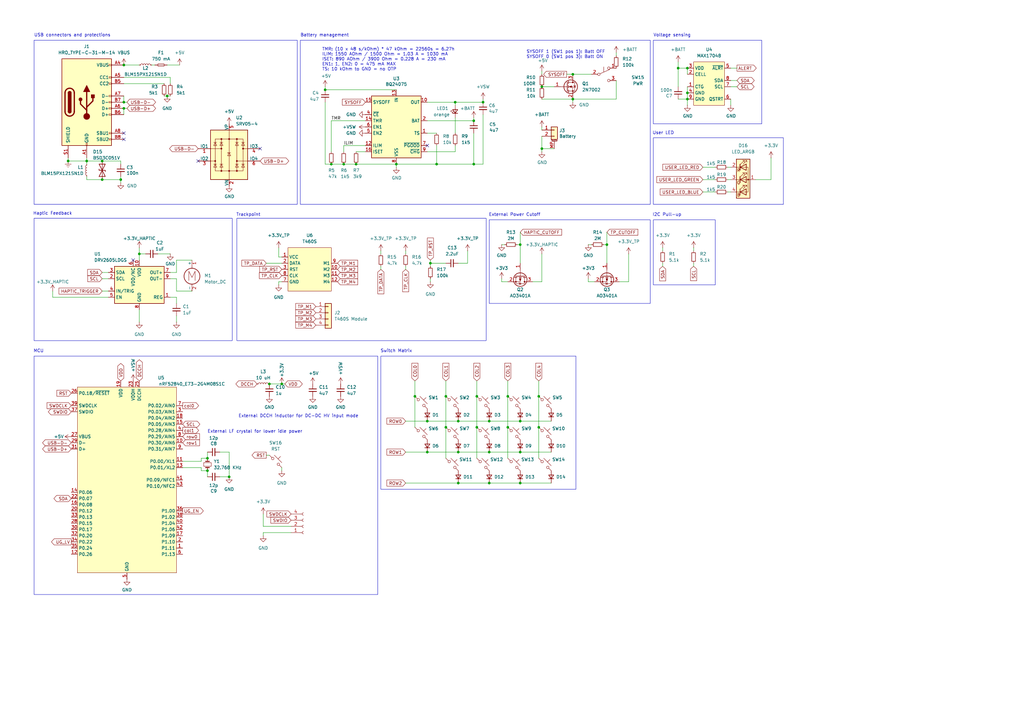
<source format=kicad_sch>
(kicad_sch (version 20231120) (generator "eeschema") (generator_version "8.0")
  (paper "A3")
  (junction (at 234.95 30.48))
  (junction (at 222.25 35.56))
  (junction (at 208.28 162.56))
  (junction (at 176.53 107.95))
  (junction (at 50.8 44.45))
  (junction (at 198.12 41.91))
  (junction (at 278.13 27.94))
  (junction (at 182.88 162.56))
  (junction (at 213.36 185.42))
  (junction (at 222.25 60.96))
  (junction (at 200.66 185.42))
  (junction (at 162.56 67.31) (diameter 0.9144))
  (junction (at 57.15 104.14))
  (junction (at 133.35 36.83))
  (junction (at 186.69 41.91))
  (junction (at 234.95 40.64))
  (junction (at 281.94 27.94))
  (junction (at 248.92 100.33))
  (junction (at 187.96 185.42))
  (junction (at 200.66 198.12))
  (junction (at 182.88 175.26))
  (junction (at 135.89 67.31) (diameter 0.9144))
  (junction (at 195.58 162.56))
  (junction (at 213.36 198.12))
  (junction (at 187.96 198.12))
  (junction (at 146.05 67.31) (diameter 0.9144))
  (junction (at 195.58 175.26))
  (junction (at 208.28 175.26))
  (junction (at 140.97 67.31) (diameter 0.9144))
  (junction (at 93.98 195.58))
  (junction (at 115.57 157.48))
  (junction (at 179.07 67.31) (diameter 0.9144))
  (junction (at 200.66 172.72))
  (junction (at 50.8 41.91))
  (junction (at 175.26 185.42))
  (junction (at 281.94 40.64))
  (junction (at 213.36 172.72))
  (junction (at 170.18 162.56))
  (junction (at 41.91 73.66))
  (junction (at 41.91 66.04))
  (junction (at 110.49 157.48))
  (junction (at 68.58 39.37))
  (junction (at 50.8 26.67))
  (junction (at 175.26 172.72))
  (junction (at 49.53 73.66))
  (junction (at 194.31 67.31))
  (junction (at 35.56 66.04))
  (junction (at 213.36 100.33))
  (junction (at 194.31 49.53) (diameter 0.9144))
  (junction (at 85.09 187.96))
  (junction (at 27.94 66.04))
  (junction (at 85.09 193.04))
  (junction (at 220.98 175.26))
  (junction (at 187.96 172.72))
  (junction (at 281.94 38.1))
  (junction (at 220.98 162.56))
  (no_connect (at 175.26 59.69))
  (no_connect (at 54.61 106.68))
  (no_connect (at 50.8 57.15))
  (no_connect (at 106.68 60.96))
  (no_connect (at 81.28 66.04))
  (no_connect (at 50.8 54.61))
  (wire (pts (xy 271.78 107.95) (xy 271.78 109.22)))
  (wire (pts (xy 208.28 175.26) (xy 208.28 187.96)))
  (wire (pts (xy 72.39 114.3) (xy 72.39 119.38)))
  (wire (pts (xy 252.73 33.02) (xy 252.73 40.64)))
  (wire (pts (xy 114.3 115.57) (xy 114.3 116.84)))
  (wire (pts (xy 187.96 198.12) (xy 200.66 198.12)))
  (wire (pts (xy 27.94 66.04) (xy 35.56 66.04)))
  (wire (pts (xy 302.26 27.94) (xy 299.72 27.94)))
  (wire (pts (xy 85.09 193.04) (xy 85.09 195.58)))
  (wire (pts (xy 41.91 114.3) (xy 44.45 114.3)))
  (wire (pts (xy 115.57 105.41) (xy 114.3 105.41)))
  (wire (pts (xy 82.55 187.96) (xy 85.09 187.96)))
  (wire (pts (xy 135.89 49.53) (xy 149.86 49.53)))
  (wire (pts (xy 82.55 193.04) (xy 85.09 193.04)))
  (wire (pts (xy 299.72 33.02) (xy 302.26 33.02)))
  (wire (pts (xy 49.53 67.31) (xy 49.53 66.04)))
  (wire (pts (xy 72.39 119.38) (xy 78.74 119.38)))
  (wire (pts (xy 298.45 78.74) (xy 299.72 78.74)))
  (wire (pts (xy 218.44 115.57) (xy 222.25 115.57)))
  (wire (pts (xy 175.26 41.91) (xy 186.69 41.91)))
  (wire (pts (xy 175.26 185.42) (xy 187.96 185.42)))
  (wire (pts (xy 175.26 54.61) (xy 179.07 54.61)))
  (wire (pts (xy 107.95 210.82) (xy 107.95 215.9)))
  (wire (pts (xy 135.89 67.31) (xy 140.97 67.31)))
  (wire (pts (xy 135.89 49.53) (xy 135.89 62.23)))
  (wire (pts (xy 146.05 67.31) (xy 162.56 67.31)))
  (wire (pts (xy 107.95 218.44) (xy 119.38 218.44)))
  (wire (pts (xy 162.56 68.58) (xy 162.56 67.31)))
  (wire (pts (xy 69.85 121.92) (xy 72.39 121.92)))
  (wire (pts (xy 220.98 156.21) (xy 220.98 162.56)))
  (wire (pts (xy 133.35 67.31) (xy 135.89 67.31)))
  (wire (pts (xy 222.25 62.23) (xy 222.25 60.96)))
  (wire (pts (xy 35.56 66.04) (xy 35.56 67.31)))
  (wire (pts (xy 288.29 78.74) (xy 293.37 78.74)))
  (wire (pts (xy 90.17 195.58) (xy 93.98 195.58)))
  (wire (pts (xy 213.36 172.72) (xy 226.06 172.72)))
  (wire (pts (xy 213.36 185.42) (xy 226.06 185.42)))
  (wire (pts (xy 247.65 100.33) (xy 248.92 100.33)))
  (wire (pts (xy 179.07 67.31) (xy 194.31 67.31)))
  (wire (pts (xy 82.55 189.23) (xy 82.55 187.96)))
  (wire (pts (xy 166.37 198.12) (xy 187.96 198.12)))
  (wire (pts (xy 35.56 72.39) (xy 35.56 73.66)))
  (wire (pts (xy 298.45 73.66) (xy 299.72 73.66)))
  (wire (pts (xy 298.45 68.58) (xy 299.72 68.58)))
  (wire (pts (xy 57.15 127) (xy 57.15 132.08)))
  (wire (pts (xy 200.66 172.72) (xy 213.36 172.72)))
  (wire (pts (xy 205.74 114.3) (xy 205.74 115.57)))
  (wire (pts (xy 281.94 27.94) (xy 281.94 30.48)))
  (wire (pts (xy 82.55 191.77) (xy 82.55 193.04)))
  (wire (pts (xy 288.29 68.58) (xy 293.37 68.58)))
  (wire (pts (xy 186.69 41.91) (xy 198.12 41.91)))
  (wire (pts (xy 72.39 111.76) (xy 69.85 111.76)))
  (wire (pts (xy 115.57 193.04) (xy 115.57 191.77)))
  (wire (pts (xy 281.94 35.56) (xy 281.94 38.1)))
  (wire (pts (xy 182.88 162.56) (xy 182.88 175.26)))
  (wire (pts (xy 281.94 43.18) (xy 281.94 40.64)))
  (wire (pts (xy 68.58 26.67) (xy 73.66 26.67)))
  (wire (pts (xy 176.53 107.95) (xy 176.53 109.22)))
  (wire (pts (xy 186.69 48.26) (xy 186.69 54.61)))
  (wire (pts (xy 222.25 35.56) (xy 227.33 35.56)))
  (wire (pts (xy 248.92 100.33) (xy 248.92 107.95)))
  (wire (pts (xy 166.37 185.42) (xy 175.26 185.42)))
  (wire (pts (xy 288.29 73.66) (xy 293.37 73.66)))
  (wire (pts (xy 114.3 101.6) (xy 114.3 105.41)))
  (wire (pts (xy 72.39 114.3) (xy 69.85 114.3)))
  (wire (pts (xy 271.78 101.6) (xy 271.78 102.87)))
  (wire (pts (xy 234.95 41.91) (xy 234.95 40.64)))
  (wire (pts (xy 146.05 62.23) (xy 149.86 62.23)))
  (wire (pts (xy 212.09 100.33) (xy 213.36 100.33)))
  (wire (pts (xy 234.95 30.48) (xy 242.57 30.48)))
  (wire (pts (xy 140.97 59.69) (xy 140.97 62.23)))
  (wire (pts (xy 232.41 30.48) (xy 234.95 30.48)))
  (wire (pts (xy 187.96 107.95) (xy 191.77 107.95)))
  (wire (pts (xy 133.35 35.56) (xy 133.35 36.83)))
  (wire (pts (xy 166.37 172.72) (xy 175.26 172.72)))
  (wire (pts (xy 278.13 27.94) (xy 281.94 27.94)))
  (wire (pts (xy 248.92 95.25) (xy 248.92 100.33)))
  (wire (pts (xy 57.15 101.6) (xy 57.15 104.14)))
  (wire (pts (xy 252.73 21.59) (xy 252.73 22.86)))
  (wire (pts (xy 198.12 40.64) (xy 198.12 41.91)))
  (wire (pts (xy 27.94 64.77) (xy 27.94 66.04)))
  (wire (pts (xy 213.36 198.12) (xy 226.06 198.12)))
  (wire (pts (xy 140.97 59.69) (xy 149.86 59.69)))
  (wire (pts (xy 140.97 67.31) (xy 146.05 67.31)))
  (wire (pts (xy 90.17 185.42) (xy 93.98 185.42)))
  (wire (pts (xy 170.18 162.56) (xy 170.18 175.26)))
  (wire (pts (xy 21.59 119.38) (xy 21.59 121.92)))
  (wire (pts (xy 278.13 25.4) (xy 278.13 27.94)))
  (wire (pts (xy 176.53 115.57) (xy 176.53 114.3)))
  (wire (pts (xy 241.3 115.57) (xy 243.84 115.57)))
  (wire (pts (xy 69.85 31.75) (xy 50.8 31.75)))
  (wire (pts (xy 162.56 67.31) (xy 179.07 67.31)))
  (wire (pts (xy 50.8 44.45) (xy 50.8 46.99)))
  (wire (pts (xy 107.95 218.44) (xy 107.95 219.71)))
  (wire (pts (xy 278.13 27.94) (xy 278.13 35.56)))
  (wire (pts (xy 299.72 35.56) (xy 302.26 35.56)))
  (wire (pts (xy 284.48 101.6) (xy 284.48 102.87)))
  (wire (pts (xy 222.25 40.64) (xy 234.95 40.64)))
  (wire (pts (xy 182.88 175.26) (xy 182.88 187.96)))
  (wire (pts (xy 222.25 52.07) (xy 222.25 53.34)))
  (wire (pts (xy 21.59 121.92) (xy 44.45 121.92)))
  (wire (pts (xy 72.39 132.08) (xy 72.39 129.54)))
  (wire (pts (xy 133.35 36.83) (xy 162.56 36.83)))
  (wire (pts (xy 241.3 100.33) (xy 242.57 100.33)))
  (wire (pts (xy 220.98 175.26) (xy 220.98 187.96)))
  (wire (pts (xy 41.91 66.04) (xy 35.56 66.04)))
  (wire (pts (xy 316.23 64.77) (xy 316.23 73.66)))
  (wire (pts (xy 50.8 26.67) (xy 57.15 26.67)))
  (wire (pts (xy 222.25 60.96) (xy 227.33 60.96)))
  (wire (pts (xy 49.53 66.04) (xy 41.91 66.04)))
  (wire (pts (xy 175.26 62.23) (xy 186.69 62.23)))
  (wire (pts (xy 208.28 156.21) (xy 208.28 162.56)))
  (wire (pts (xy 220.98 162.56) (xy 220.98 175.26)))
  (wire (pts (xy 299.72 43.18) (xy 299.72 40.64)))
  (wire (pts (xy 35.56 64.77) (xy 35.56 66.04)))
  (wire (pts (xy 109.22 186.69) (xy 110.49 186.69)))
  (wire (pts (xy 222.25 29.21) (xy 222.25 30.48)))
  (wire (pts (xy 175.26 49.53) (xy 194.31 49.53)))
  (wire (pts (xy 57.15 104.14) (xy 59.69 104.14)))
  (wire (pts (xy 49.53 73.66) (xy 41.91 73.66)))
  (wire (pts (xy 110.49 157.48) (xy 115.57 157.48)))
  (wire (pts (xy 115.57 157.48) (xy 116.84 157.48)))
  (wire (pts (xy 166.37 102.87) (xy 166.37 104.14)))
  (wire (pts (xy 179.07 59.69) (xy 179.07 67.31)))
  (wire (pts (xy 78.74 106.68) (xy 72.39 106.68)))
  (wire (pts (xy 278.13 40.64) (xy 281.94 40.64)))
  (wire (pts (xy 166.37 109.22) (xy 166.37 110.49)))
  (wire (pts (xy 72.39 121.92) (xy 72.39 124.46)))
  (wire (pts (xy 198.12 46.99) (xy 198.12 67.31)))
  (wire (pts (xy 198.12 67.31) (xy 194.31 67.31)))
  (wire (pts (xy 200.66 185.42) (xy 213.36 185.42)))
  (wire (pts (xy 175.26 172.72) (xy 187.96 172.72)))
  (wire (pts (xy 213.36 100.33) (xy 213.36 107.95)))
  (wire (pts (xy 107.95 215.9) (xy 119.38 215.9)))
  (wire (pts (xy 195.58 175.26) (xy 195.58 187.96)))
  (wire (pts (xy 49.53 74.93) (xy 49.53 73.66)))
  (wire (pts (xy 64.77 104.14) (xy 69.85 104.14)))
  (wire (pts (xy 74.93 191.77) (xy 82.55 191.77)))
  (wire (pts (xy 195.58 156.21) (xy 195.58 162.56)))
  (wire (pts (xy 284.48 109.22) (xy 284.48 107.95)))
  (wire (pts (xy 57.15 104.14) (xy 57.15 106.68)))
  (wire (pts (xy 156.21 102.87) (xy 156.21 104.14)))
  (wire (pts (xy 191.77 102.87) (xy 191.77 107.95)))
  (wire (pts (xy 62.23 26.67) (xy 63.5 26.67)))
  (wire (pts (xy 93.98 185.42) (xy 93.98 195.58)))
  (wire (pts (xy 257.81 115.57) (xy 254 115.57)))
  (wire (pts (xy 50.8 39.37) (xy 50.8 41.91)))
  (wire (pts (xy 72.39 106.68) (xy 72.39 111.76)))
  (wire (pts (xy 85.09 185.42) (xy 85.09 187.96)))
  (wire (pts (xy 115.57 115.57) (xy 114.3 115.57)))
  (wire (pts (xy 35.56 73.66) (xy 41.91 73.66)))
  (wire (pts (xy 67.31 39.37) (xy 68.58 39.37)))
  (wire (pts (xy 241.3 114.3) (xy 241.3 115.57)))
  (wire (pts (xy 281.94 38.1) (xy 281.94 40.64)))
  (wire (pts (xy 50.8 34.29) (xy 67.31 34.29)))
  (wire (pts (xy 205.74 115.57) (xy 208.28 115.57)))
  (wire (pts (xy 200.66 198.12) (xy 213.36 198.12)))
  (wire (pts (xy 186.69 59.69) (xy 186.69 62.23)))
  (wire (pts (xy 187.96 185.42) (xy 200.66 185.42)))
  (wire (pts (xy 195.58 162.56) (xy 195.58 175.26)))
  (wire (pts (xy 182.88 156.21) (xy 182.88 162.56)))
  (wire (pts (xy 186.69 43.18) (xy 186.69 41.91)))
  (wire (pts (xy 205.74 100.33) (xy 207.01 100.33)))
  (wire (pts (xy 109.22 107.95) (xy 115.57 107.95)))
  (wire (pts (xy 187.96 172.72) (xy 200.66 172.72)))
  (wire (pts (xy 176.53 107.95) (xy 182.88 107.95)))
  (wire (pts (xy 49.53 73.66) (xy 49.53 72.39)))
  (wire (pts (xy 194.31 48.26) (xy 194.31 49.53)))
  (wire (pts (xy 208.28 162.56) (xy 208.28 175.26)))
  (wire (pts (xy 222.25 104.14) (xy 222.25 115.57)))
  (wire (pts (xy 222.25 55.88) (xy 222.25 60.96)))
  (wire (pts (xy 69.85 34.29) (xy 69.85 31.75)))
  (wire (pts (xy 176.53 106.68) (xy 176.53 107.95)))
  (wire (pts (xy 68.58 39.37) (xy 69.85 39.37)))
  (wire (pts (xy 50.8 41.91) (xy 52.07 41.91)))
  (wire (pts (xy 41.91 119.38) (xy 44.45 119.38)))
  (wire (pts (xy 170.18 156.21) (xy 170.18 162.56)))
  (wire (pts (xy 50.8 44.45) (xy 52.07 44.45)))
  (wire (pts (xy 257.81 104.14) (xy 257.81 115.57)))
  (wire (pts (xy 133.35 41.91) (xy 133.35 67.31)))
  (wire (pts (xy 252.73 40.64) (xy 234.95 40.64)))
  (wire (pts (xy 213.36 95.25) (xy 213.36 100.33)))
  (wire (pts (xy 41.91 111.76) (xy 44.45 111.76)))
  (wire (pts (xy 74.93 189.23) (xy 82.55 189.23)))
  (wire (pts (xy 156.21 109.22) (xy 156.21 110.49)))
  (wire (pts (xy 194.31 54.61) (xy 194.31 67.31)))
  (wire (pts (xy 309.88 73.66) (xy 316.23 73.66)))
  (rectangle (start 97.155 89.535) (end 199.39 139.7))
  (rectangle (start 13.97 16.51) (end 121.92 83.82))
  (rectangle (start 267.97 56.515) (end 321.31 83.82))
  (rectangle (start 267.97 16.51) (end 312.42 50.8))
  (rectangle (start 200.66 90.17) (end 266.7 124.46))
  (rectangle (start 13.97 146.05) (end 154.94 243.84))
  (rectangle (start 123.19 16.51) (end 266.7 83.82))
  (rectangle (start 267.97 90.17) (end 293.37 116.84))
  (rectangle (start 13.97 89.535) (end 95.25 139.7))
  (rectangle (start 156.21 146.05) (end 236.22 200.66))
  (text "Trackpoint" (at 101.854 88.138 0) (effects (font (size 1.27 1.27))))
  (text "USB connectors and protections" (at 13.97 15.24 0) (effects (font (size 1.27 1.27)) (justify left bottom)))
  (text "External LF crystal for lower idle power" (at 85.09 177.8 0) (effects (font (size 1.27 1.27)) (justify left bottom)))
  (text "Haptic Feedback" (at 21.59 87.63 0) (effects (font (size 1.27 1.27))))
  (text "User LED" (at 272.034 54.61 0) (effects (font (size 1.27 1.27))))
  (text "I2C Pull-up" (at 273.558 88.138 0) (effects (font (size 1.27 1.27))))
  (text "Switch Matrix" (at 162.56 144.018 0) (effects (font (size 1.27 1.27))))
  (text "TMR: (10 x 48 s/kOhm) * 47 kOhm = 22560s = 6.27h\nILIM: 1550 AOhm / 1500 Ohm = 1.03 A = 1030 mA\nISET: 890 AOhm / 3900 Ohm = 0.228 A = 230 mA\nEN1: 1, EN2: 0 = 475 mA MAX\nTS: 10 kOhm to GND = no OTP" (at 132.08 29.21 0) (effects (font (size 1.27 1.27)) (justify left bottom)))
  (text "External DCCH inductor for DC-DC HV input mode" (at 97.79 171.45 0) (effects (font (size 1.27 1.27)) (justify left bottom)))
  (text "Voltage sensing" (at 267.97 15.24 0) (effects (font (size 1.27 1.27)) (justify left bottom)))
  (text "SYSOFF 1 (SW1 pos 1): Batt OFF\nSYSOFF 0 (SW1 pos 3): Batt ON" (at 215.9 24.13 0) (effects (font (size 1.27 1.27)) (justify left bottom)))
  (text "Battery management" (at 123.19 15.24 0) (effects (font (size 1.27 1.27)) (justify left bottom)))
  (text "External Power Cutoff" (at 211.074 88.138 0) (effects (font (size 1.27 1.27))))
  (text "MCU" (at 13.716 144.78 0) (effects (font (size 1.27 1.27)) (justify left bottom)))
  (label "TMR" (at 135.89 49.53 0))
  (label "ILIM" (at 140.97 59.69 0))
  (global_label "TP_CLK" (shape input) (at 166.37 110.49 270) (property "Intersheetrefs" "${INTERSHEET_REFS}" (effects (hide yes))))
  (global_label "VDD" (shape bidirectional) (at 116.84 157.48 0) (property "Intersheetrefs" "${INTERSHEET_REFS}" (effects (hide yes))))
  (global_label "TP_M2" (shape input) (at 129.54 128.27 180) (property "Intersheetrefs" "${INTERSHEET_REFS}" (effects (hide yes))))
  (global_label "RST" (shape output) (at 109.22 186.69 180) (property "Intersheetrefs" "${INTERSHEET_REFS}" (effects (hide yes))))
  (global_label "SWDIO" (shape bidirectional) (at 29.21 168.91 180) (property "Intersheetrefs" "${INTERSHEET_REFS}" (effects (hide yes))))
  (global_label "TP_DATA" (shape input) (at 156.21 110.49 270) (property "Intersheetrefs" "${INTERSHEET_REFS}" (effects (hide yes))))
  (global_label "VDD" (shape bidirectional) (at 49.53 156.21 90) (property "Intersheetrefs" "${INTERSHEET_REFS}" (effects (hide yes))))
  (global_label "USB-D-" (shape bidirectional) (at 29.21 181.61 180) (property "Intersheetrefs" "${INTERSHEET_REFS}" (effects (hide yes))))
  (global_label "TP_RST" (shape input) (at 115.57 110.49 180) (property "Intersheetrefs" "${INTERSHEET_REFS}" (effects (hide yes))))
  (global_label "SWDCLK" (shape input) (at 119.38 210.82 180) (property "Intersheetrefs" "${INTERSHEET_REFS}" (effects (hide yes))))
  (global_label "SCL" (shape input) (at 41.91 114.3 180) (property "Intersheetrefs" "${INTERSHEET_REFS}" (effects (hide yes))))
  (global_label "SWDIO" (shape input) (at 119.38 213.36 180) (property "Intersheetrefs" "${INTERSHEET_REFS}" (effects (hide yes))))
  (global_label "COL2" (shape input) (at 195.58 156.21 90) (property "Intersheetrefs" "${INTERSHEET_REFS}" (effects (hide yes))))
  (global_label "DCCH" (shape bidirectional) (at 105.41 157.48 180) (property "Intersheetrefs" "${INTERSHEET_REFS}" (effects (hide yes))))
  (global_label "TP_RST" (shape input) (at 176.53 106.68 90) (property "Intersheetrefs" "${INTERSHEET_REFS}" (effects (hide yes))))
  (global_label "col1" (shape output) (at 74.93 176.53 0) (property "Intersheetrefs" "${INTERSHEET_REFS}" (effects (hide yes))))
  (global_label "TP_M1" (shape input) (at 138.43 107.95 0) (property "Intersheetrefs" "${INTERSHEET_REFS}" (effects (hide yes))))
  (global_label "col0" (shape output) (at 74.93 166.37 0) (property "Intersheetrefs" "${INTERSHEET_REFS}" (effects (hide yes))))
  (global_label "SDA" (shape bidirectional) (at 302.26 33.02 0) (property "Intersheetrefs" "${INTERSHEET_REFS}" (effects (hide yes))))
  (global_label "TP_DATA" (shape input) (at 109.22 107.95 180) (property "Intersheetrefs" "${INTERSHEET_REFS}" (effects (hide yes))))
  (global_label "TP_M4" (shape input) (at 138.43 115.57 0) (property "Intersheetrefs" "${INTERSHEET_REFS}" (effects (hide yes))))
  (global_label "SCL" (shape bidirectional) (at 302.26 35.56 0) (property "Intersheetrefs" "${INTERSHEET_REFS}" (effects (hide yes))))
  (global_label "TP_M1" (shape input) (at 129.54 125.73 180) (property "Intersheetrefs" "${INTERSHEET_REFS}" (effects (hide yes))))
  (global_label "TP_CLK" (shape input) (at 115.57 113.03 180) (property "Intersheetrefs" "${INTERSHEET_REFS}" (effects (hide yes))))
  (global_label "HAPTIC_CUTOFF" (shape input) (at 213.36 95.25 0) (property "Intersheetrefs" "${INTERSHEET_REFS}" (effects (hide yes))))
  (global_label "TP_M4" (shape input) (at 129.54 133.35 180) (property "Intersheetrefs" "${INTERSHEET_REFS}" (effects (hide yes))))
  (global_label "USER_LED_BLUE" (shape input) (at 288.29 78.74 180) (property "Intersheetrefs" "${INTERSHEET_REFS}" (effects (hide yes))))
  (global_label "UG_LV" (shape output) (at 29.21 222.25 180) (property "Intersheetrefs" "${INTERSHEET_REFS}" (effects (hide yes))))
  (global_label "USB-D+" (shape bidirectional) (at 106.68 66.04 0) (property "Intersheetrefs" "${INTERSHEET_REFS}" (effects (hide yes))))
  (global_label "row1" (shape input) (at 74.93 181.61 0) (property "Intersheetrefs" "${INTERSHEET_REFS}" (effects (hide yes))))
  (global_label "ROW0" (shape input) (at 166.37 172.72 180) (property "Intersheetrefs" "${INTERSHEET_REFS}" (effects (hide yes))))
  (global_label "RST" (shape input) (at 29.21 161.29 180) (property "Intersheetrefs" "${INTERSHEET_REFS}" (effects (hide yes))))
  (global_label "COL4" (shape input) (at 220.98 156.21 90) (property "Intersheetrefs" "${INTERSHEET_REFS}" (effects (hide yes))))
  (global_label "TP_M3" (shape input) (at 138.43 113.03 0) (property "Intersheetrefs" "${INTERSHEET_REFS}" (effects (hide yes))))
  (global_label "row0" (shape input) (at 74.93 179.07 0) (property "Intersheetrefs" "${INTERSHEET_REFS}" (effects (hide yes))))
  (global_label "ROW2" (shape input) (at 166.37 198.12 180) (property "Intersheetrefs" "${INTERSHEET_REFS}" (effects (hide yes))))
  (global_label "USB-D+" (shape bidirectional) (at 52.07 44.45 0) (property "Intersheetrefs" "${INTERSHEET_REFS}" (effects (hide yes))))
  (global_label "SCL" (shape input) (at 284.48 109.22 270) (property "Intersheetrefs" "${INTERSHEET_REFS}" (effects (hide yes))))
  (global_label "ALERT" (shape output) (at 302.26 27.94 0) (property "Intersheetrefs" "${INTERSHEET_REFS}" (effects (hide yes))))
  (global_label "SDA" (shape input) (at 271.78 109.22 270) (property "Intersheetrefs" "${INTERSHEET_REFS}" (effects (hide yes))))
  (global_label "SDA" (shape bidirectional) (at 29.21 204.47 180) (property "Intersheetrefs" "${INTERSHEET_REFS}" (effects (hide yes))))
  (global_label "COL3" (shape input) (at 208.28 156.21 90) (property "Intersheetrefs" "${INTERSHEET_REFS}" (effects (hide yes))))
  (global_label "SDA" (shape input) (at 41.91 111.76 180) (property "Intersheetrefs" "${INTERSHEET_REFS}" (effects (hide yes))))
  (global_label "TP_M2" (shape input) (at 138.43 110.49 0) (property "Intersheetrefs" "${INTERSHEET_REFS}" (effects (hide yes))))
  (global_label "USER_LED_GREEN" (shape input) (at 288.29 73.66 180) (property "Intersheetrefs" "${INTERSHEET_REFS}" (effects (hide yes))))
  (global_label "ROW1" (shape input) (at 166.37 185.42 180) (property "Intersheetrefs" "${INTERSHEET_REFS}" (effects (hide yes))))
  (global_label "SCL" (shape bidirectional) (at 74.93 173.99 0) (property "Intersheetrefs" "${INTERSHEET_REFS}" (effects (hide yes))))
  (global_label "TP_CUTOFF" (shape input) (at 248.92 95.25 0) (property "Intersheetrefs" "${INTERSHEET_REFS}" (effects (hide yes))))
  (global_label "SYSOFF" (shape output) (at 232.41 30.48 180) (property "Intersheetrefs" "${INTERSHEET_REFS}" (effects (hide yes))))
  (global_label "USB-D-" (shape bidirectional) (at 52.07 41.91 0) (property "Intersheetrefs" "${INTERSHEET_REFS}" (effects (hide yes))))
  (global_label "UG_EN" (shape output) (at 74.93 209.55 0) (property "Intersheetrefs" "${INTERSHEET_REFS}" (effects (hide yes))))
  (global_label "SWDCLK" (shape input) (at 29.21 166.37 180) (property "Intersheetrefs" "${INTERSHEET_REFS}" (effects (hide yes))))
  (global_label "COL0" (shape input) (at 170.18 156.21 90) (property "Intersheetrefs" "${INTERSHEET_REFS}" (effects (hide yes))))
  (global_label "COL1" (shape input) (at 182.88 156.21 90) (property "Intersheetrefs" "${INTERSHEET_REFS}" (effects (hide yes))))
  (global_label "HAPTIC_TRIGGER" (shape input) (at 41.91 119.38 180) (property "Intersheetrefs" "${INTERSHEET_REFS}" (effects (hide yes))))
  (global_label "DCCH" (shape bidirectional) (at 57.15 156.21 90) (property "Intersheetrefs" "${INTERSHEET_REFS}" (effects (hide yes))))
  (global_label "USB-D+" (shape bidirectional) (at 29.21 184.15 180) (property "Intersheetrefs" "${INTERSHEET_REFS}" (effects (hide yes))))
  (global_label "USER_LED_RED" (shape input) (at 288.29 68.58 180) (property "Intersheetrefs" "${INTERSHEET_REFS}" (effects (hide yes))))
  (global_label "TP_M3" (shape input) (at 129.54 130.81 180) (property "Intersheetrefs" "${INTERSHEET_REFS}" (effects (hide yes))))
  (global_label "USB-D-" (shape bidirectional) (at 81.28 60.96 180) (property "Intersheetrefs" "${INTERSHEET_REFS}" (effects (hide yes))))
  (global_label "SYSOFF" (shape input) (at 149.86 41.91 180) (property "Intersheetrefs" "${INTERSHEET_REFS}" (effects (hide yes))))
  (symbol (lib_id "Device:R_Small") (at 245.11 100.33 90) (unit 1)
    (property "Reference" "R14" (at 245.11 95.25 90))
    (property "Value" "2M" (at 245.11 97.79 90))
    (property "Footprint" "Resistor_SMD:R_0805_2012Metric" (effects (hide yes)))
    (property "LCSC Part Number" "C26112" (effects (hide yes)))
  )
  (symbol (lib_id "Device:C_Small") (at 49.53 69.85 0) (unit 1)
    (property "Reference" "C3" (at 51.8668 68.6816 0) (effects (justify left)))
    (property "Value" "100n" (at 51.8668 70.993 0) (effects (justify left)))
    (property "Footprint" "Capacitor_SMD:C_0402_1005Metric" (effects (hide yes)))
    (property "Notes" "X7R, 10%" (effects (hide yes)))
  )
  (symbol (lib_id "Device:D_Small") (at 226.06 195.58 90) (unit 1)
    (property "Reference" "D14" (at 228.092 195.58 90) (effects (justify right)))
    (property "Value" "D_Small" (effects (hide yes)))
    (property "Description" "Diode, small symbol" (effects (hide yes)))
    (property "Sim.Device" "D" (effects (hide yes)))
    (property "Sim.Pins" "1=K 2=A" (effects (hide yes)))
  )
  (symbol (lib_id "Device:D_TVS") (at 41.91 69.85 90) (unit 1)
    (property "Reference" "D15" (at 38.1 62.23 90) (effects (justify right)))
    (property "Value" "BSD3C051V" (at 38.1 64.77 90) (effects (justify right)))
    (property "Footprint" "Diode_SMD:D_SOD-323" (effects (hide yes)))
  )
  (symbol (lib_id "Device:D_Small") (at 213.36 182.88 90) (unit 1)
    (property "Reference" "D9" (at 215.392 182.88 90) (effects (justify right)))
    (property "Value" "D_Small" (effects (hide yes)))
    (property "Description" "Diode, small symbol" (effects (hide yes)))
    (property "Sim.Device" "D" (effects (hide yes)))
    (property "Sim.Pins" "1=K 2=A" (effects (hide yes)))
  )
  (symbol (lib_name "+3.3V_3") (lib_id "power:+3.3V") (at 107.95 210.82 0) (unit 1)
    (property "Reference" "#PWR056" (effects (hide yes)))
    (property "Value" "+3.3V" (at 107.95 205.74 0))
    (property "Description" "Power symbol creates a global label with name \"+3.3V\"" (effects (hide yes)))
  )
  (symbol (lib_id "Device:R_Small") (at 69.85 36.83 0) (mirror x) (unit 1)
    (property "Reference" "R4" (at 72.39 35.5599 0) (effects (justify left)))
    (property "Value" "5k1" (at 72.39 38.0999 0) (effects (justify left)))
    (property "Footprint" "Resistor_SMD:R_0402_1005Metric" (effects (hide yes)))
  )
  (symbol (lib_id "power:GND") (at 222.25 62.23 0) (unit 1)
    (property "Reference" "#PWR026" (effects (hide yes)))
    (property "Value" "GND" (at 222.377 66.6242 0))
  )
  (symbol (lib_id "Device:D_Small") (at 175.26 182.88 90) (unit 1)
    (property "Reference" "D6" (at 177.292 182.88 90) (effects (justify right)))
    (property "Value" "D_Small" (effects (hide yes)))
    (property "Description" "Diode, small symbol" (effects (hide yes)))
    (property "Sim.Device" "D" (effects (hide yes)))
    (property "Sim.Pins" "1=K 2=A" (effects (hide yes)))
  )
  (symbol (lib_id "power:VBUS") (at 50.8 26.67 0) (unit 1)
    (property "Reference" "#PWR010" (effects (hide yes)))
    (property "Value" "VBUS" (at 50.8 21.59 0))
  )
  (symbol (lib_id "power:+5V") (at 29.21 179.07 90) (unit 1)
    (property "Reference" "#PWR036" (effects (hide yes)))
    (property "Value" "+5V" (at 24.13 179.07 90))
  )
  (symbol (lib_id "Device:D_Small") (at 226.06 182.88 90) (unit 1)
    (property "Reference" "D10" (at 228.092 182.88 90) (effects (justify right)))
    (property "Value" "D_Small" (effects (hide yes)))
    (property "Description" "Diode, small symbol" (effects (hide yes)))
    (property "Sim.Device" "D" (effects (hide yes)))
    (property "Sim.Pins" "1=K 2=A" (effects (hide yes)))
  )
  (symbol (lib_id "Device:Crystal_Small") (at 85.09 190.5 90) (unit 1)
    (property "Reference" "Y1" (at 87.63 189.23 90) (effects (justify right)))
    (property "Value" "32.768 KHz" (at 87.63 191.77 90) (effects (justify right)))
    (property "Footprint" "Crystal:Crystal_SMD_2012-2Pin_2.0x1.2mm" (effects (hide yes)))
    (property "Datasheet" "https://datasheet.lcsc.com/szlcsc/KDS-Daishinku-KDS-32-768KHz-12-5PF-20ppm_C93231.pdf" (effects (hide yes)))
    (property "LCSC" "C55208" (effects (hide yes)))
  )
  (symbol (lib_id "hyperpotato:+3.3V_TP") (at 191.77 102.87 0) (unit 1)
    (property "Reference" "#PWR054" (effects (hide yes)))
    (property "Value" "+3.3V_TP" (at 191.77 97.79 0))
    (property "Description" "Power symbol creates a global label with name \"+3.3V_TP\"" (effects (hide yes)))
  )
  (symbol (lib_id "Connector_Generic_MountingPin:Conn_01x02_MountingPin") (at 227.33 53.34 0) (unit 1)
    (property "Reference" "J3" (at 229.362 53.5432 0) (effects (justify left)))
    (property "Value" "Battery" (at 229.362 55.8546 0) (effects (justify left)))
    (property "Footprint" "PCM_marbastlib-various:Molex_Pico-EZmate_78171-0002_1x02-1MP_P1.20mm_Vertical" (effects (hide yes)))
    (property "LCSC" "C505023" (effects (hide yes)))
  )
  (symbol (lib_id "Device:D_Small") (at 187.96 170.18 90) (unit 1)
    (property "Reference" "D2" (at 189.992 170.18 90) (effects (justify right)))
    (property "Value" "D_Small" (effects (hide yes)))
    (property "Description" "Diode, small symbol" (effects (hide yes)))
    (property "Sim.Device" "D" (effects (hide yes)))
    (property "Sim.Pins" "1=K 2=A" (effects (hide yes)))
  )
  (symbol (lib_id "hyperpotato:+3.3V_TP") (at 166.37 102.87 0) (unit 1)
    (property "Reference" "#PWR052" (effects (hide yes)))
    (property "Value" "+3.3V_TP" (at 166.37 97.79 0))
    (property "Description" "Power symbol creates a global label with name \"+3.3V_TP\"" (effects (hide yes)))
  )
  (symbol (lib_id "Connector:Conn_01x04_Socket") (at 124.46 215.9 0) (mirror x) (unit 1)
    (property "Reference" "J5" (effects (hide yes)))
    (property "Value" "Conn_01x04_Socket" (effects (hide yes)))
    (property "Description" "Generic connector, single row, 01x04, script generated" (effects (hide yes)))
  )
  (symbol (lib_id "Switch:SW_Push_45deg") (at 113.03 189.23 0) (unit 1)
    (property "Reference" "SW16" (at 113.03 181.61 0))
    (property "Value" "RST" (at 113.03 184.15 0))
    (property "Footprint" "PCM_marbastlib-various:SW_SPST_SKQG_WithStem" (effects (hide yes)))
  )
  (symbol (lib_id "Device:C_Small") (at 194.31 52.07 0) (unit 1)
    (property "Reference" "C5" (at 200.66 51.0286 0) (effects (justify left)))
    (property "Value" "4u7" (at 200.66 53.34 0) (effects (justify left)))
    (property "Footprint" "Capacitor_SMD:C_0402_1005Metric" (effects (hide yes)))
    (property "Notes" "X7R, 10%" (effects (hide yes)))
  )
  (symbol (lib_id "Switch:SW_Push_45deg") (at 172.72 177.8 0) (unit 1)
    (property "Reference" "SW6" (at 177.8 175.768 0))
    (property "Value" "SW_Push_45deg" (effects (hide yes)))
    (property "Description" "Push button switch, normally open, two pins, 45° tilted" (effects (hide yes)))
  )
  (symbol (lib_id "power:GND") (at 93.98 76.2 0) (unit 1)
    (property "Reference" "#PWR016" (effects (hide yes)))
    (property "Value" "GND" (at 94.107 80.5942 0))
  )
  (symbol (lib_id "power:Earth") (at 27.94 66.04 0) (unit 1)
    (property "Reference" "#PWR08" (effects (hide yes)))
    (property "Value" "Earth" (effects (hide yes)))
  )
  (symbol (lib_id "power:+3.3V") (at 115.57 157.48 0) (unit 1)
    (property "Reference" "#PWR041" (effects (hide yes)))
    (property "Value" "+3.3V" (at 115.57 151.765 90))
  )
  (symbol (lib_id "power:GND") (at 93.98 195.58 0) (unit 1)
    (property "Reference" "#PWR039" (effects (hide yes)))
    (property "Value" "GND" (at 93.98 200.66 0))
  )
  (symbol (lib_id "power:GND") (at 49.53 74.93 0) (unit 1)
    (property "Reference" "#PWR09" (effects (hide yes)))
    (property "Value" "GND" (at 52.07 76.1999 0) (effects (justify left)))
  )
  (symbol (lib_id "power:GND") (at 281.94 43.18 0) (unit 1)
    (property "Reference" "#PWR030" (effects (hide yes)))
    (property "Value" "GND" (at 282.067 47.5742 0))
  )
  (symbol (lib_id "hyperpotato:+3.3V_TP") (at 156.21 102.87 0) (unit 1)
    (property "Reference" "#PWR051" (effects (hide yes)))
    (property "Value" "+3.3V_TP" (at 156.21 97.79 0))
    (property "Description" "Power symbol creates a global label with name \"+3.3V_TP\"" (effects (hide yes)))
  )
  (symbol (lib_id "hyperpotato:+3.3V_HAPTIC") (at 21.59 119.38 0) (unit 1)
    (property "Reference" "#PWR07" (effects (hide yes)))
    (property "Value" "+3.3V_HAPTIC" (at 21.59 115.57 0))
    (property "Description" "Power symbol creates a global label with name \"+3.3V_HAPTIC\"" (effects (hide yes)))
  )
  (symbol (lib_id "hyperpotato:+3.3V_HAPTIC") (at 222.25 104.14 0) (unit 1)
    (property "Reference" "#PWR032" (effects (hide yes)))
    (property "Value" "+3.3V_HAPTIC" (at 222.25 100.33 0))
    (property "Description" "Power symbol creates a global label with name \"+3.3V_HAPTIC\"" (effects (hide yes)))
  )
  (symbol (lib_id "Switch:SW_Push_45deg") (at 210.82 165.1 0) (unit 1)
    (property "Reference" "SW4" (at 215.9 163.068 0))
    (property "Value" "SW_Push_45deg" (effects (hide yes)))
    (property "Description" "Push button switch, normally open, two pins, 45° tilted" (effects (hide yes)))
  )
  (symbol (lib_id "power:+5V") (at 93.98 50.8 0) (unit 1)
    (property "Reference" "#PWR015" (effects (hide yes)))
    (property "Value" "+5V" (at 93.98 45.72 0))
  )
  (symbol (lib_id "power:GND") (at 52.07 237.49 0) (unit 1)
    (property "Reference" "#PWR037" (effects (hide yes)))
    (property "Value" "GND" (at 52.07 241.935 0))
  )
  (symbol (lib_id "Driver_Haptic:DRV2605LDGS") (at 57.15 116.84 0) (unit 1)
    (property "Reference" "U1" (at 38.608 104.14 0) (effects (justify left)))
    (property "Value" "DRV2605LDGS" (at 38.608 106.68 0) (effects (justify left)))
    (property "Footprint" "Package_SO:VSSOP-10_3x3mm_P0.5mm" (effects (hide yes)))
    (property "Datasheet" "http://www.ti.com/lit/ds/symlink/drv2605l.pdf" (effects (hide yes)))
    (property "Description" "Haptic driver for LRAs and ERMs with effect library, 2-5.2V, VSSOP-10" (effects (hide yes)))
  )
  (symbol (lib_id "Device:L_Small") (at 35.56 69.85 0) (mirror y) (unit 1)
    (property "Reference" "L1" (at 34.29 68.5799 0) (effects (justify left)))
    (property "Value" "BLM15PX121SN1D" (at 34.29 71.1199 0) (effects (justify left)))
    (property "Footprint" "Inductor_SMD:L_0402_1005Metric" (effects (hide yes)))
  )
  (symbol (lib_id "Device:Fuse_Small") (at 66.04 26.67 0) (unit 1)
    (property "Reference" "F1" (at 66.04 21.59 0))
    (property "Value" "750 mA" (at 66.04 24.13 0))
    (property "Footprint" "Fuse:Fuse_0603_1608Metric" (effects (hide yes)))
  )
  (symbol (lib_id "Device:C_Small") (at 110.49 160.02 0) (unit 1)
    (property "Reference" "C10" (at 113.03 158.7563 0) (effects (justify left)))
    (property "Value" "1u" (at 113.03 161.2963 0) (effects (justify left)))
    (property "Footprint" "Capacitor_SMD:C_0402_1005Metric" (effects (hide yes)))
    (property "Notes" "X7R, 10%" (effects (hide yes)))
  )
  (symbol (lib_id "Device:D_Small") (at 200.66 195.58 90) (unit 1)
    (property "Reference" "D12" (at 202.692 195.58 90) (effects (justify right)))
    (property "Value" "D_Small" (effects (hide yes)))
    (property "Description" "Diode, small symbol" (effects (hide yes)))
    (property "Sim.Device" "D" (effects (hide yes)))
    (property "Sim.Pins" "1=K 2=A" (effects (hide yes)))
  )
  (symbol (lib_id "Device:D_Small") (at 213.36 195.58 90) (unit 1)
    (property "Reference" "D13" (at 215.392 195.58 90) (effects (justify right)))
    (property "Value" "D_Small" (effects (hide yes)))
    (property "Description" "Diode, small symbol" (effects (hide yes)))
    (property "Sim.Device" "D" (effects (hide yes)))
    (property "Sim.Pins" "1=K 2=A" (effects (hide yes)))
  )
  (symbol (lib_id "power:+5V") (at 133.35 35.56 0) (unit 1)
    (property "Reference" "#PWR017" (effects (hide yes)))
    (property "Value" "+5V" (at 133.731 31.1658 0))
  )
  (symbol (lib_id "Switch:SW_Push_45deg") (at 185.42 165.1 0) (unit 1)
    (property "Reference" "SW2" (at 190.5 163.068 0))
    (property "Value" "SW_Push_45deg" (effects (hide yes)))
    (property "Description" "Push button switch, normally open, two pins, 45° tilted" (effects (hide yes)))
  )
  (symbol (lib_id "Device:R_Small") (at 271.78 105.41 0) (unit 1)
    (property "Reference" "R1" (at 274.32 104.1399 0) (effects (justify left)))
    (property "Value" "5.1k" (at 274.32 106.6799 0) (effects (justify left)))
    (property "Description" "Resistor, small symbol" (effects (hide yes)))
  )
  (symbol (lib_id "Connector:USB_C_Receptacle_USB2.0") (at 35.56 41.91 0) (unit 1)
    (property "Reference" "J1" (at 35.56 19.05 0))
    (property "Value" "HRO_TYPE-C-31-M-14" (at 35.56 21.59 0))
    (property "Footprint" "Connector_USB:USB_C_Receptacle_HRO_TYPE-C-31-M-12" (effects (hide yes)))
    (property "Datasheet" "https://www.usb.org/sites/default/files/documents/usb_type-c.zip" (effects (hide yes)))
  )
  (symbol (lib_id "Device:D_Small") (at 200.66 170.18 90) (unit 1)
    (property "Reference" "D3" (at 202.692 170.18 90) (effects (justify right)))
    (property "Value" "D_Small" (effects (hide yes)))
    (property "Description" "Diode, small symbol" (effects (hide yes)))
    (property "Sim.Device" "D" (effects (hide yes)))
    (property "Sim.Pins" "1=K 2=A" (effects (hide yes)))
  )
  (symbol (lib_id "Device:D_Small") (at 200.66 182.88 90) (unit 1)
    (property "Reference" "D8" (at 202.692 182.88 90) (effects (justify right)))
    (property "Value" "D_Small" (effects (hide yes)))
    (property "Description" "Diode, small symbol" (effects (hide yes)))
    (property "Sim.Device" "D" (effects (hide yes)))
    (property "Sim.Pins" "1=K 2=A" (effects (hide yes)))
  )
  (symbol (lib_id "power:GND") (at 115.57 193.04 0) (mirror y) (unit 1)
    (property "Reference" "#PWR035" (effects (hide yes)))
    (property "Value" "GND" (at 115.57 198.12 0))
  )
  (symbol (lib_id "Device:R_Small") (at 67.31 36.83 0) (mirror x) (unit 1)
    (property "Reference" "R3" (at 64.77 35.5599 0) (effects (justify right)))
    (property "Value" "5k1" (at 64.77 38.0999 0) (effects (justify right)))
    (property "Footprint" "Resistor_SMD:R_0402_1005Metric" (effects (hide yes)))
  )
  (symbol (lib_id "Switch:SW_Push_45deg") (at 223.52 190.5 0) (unit 1)
    (property "Reference" "SW14" (at 229.108 188.468 0))
    (property "Value" "SW_Push_45deg" (effects (hide yes)))
    (property "Description" "Push button switch, normally open, two pins, 45° tilted" (effects (hide yes)))
  )
  (symbol (lib_id "power:GND") (at 149.86 54.61 270) (unit 1)
    (property "Reference" "#PWR020" (effects (hide yes)))
    (property "Value" "GND" (at 146.05 54.6099 90) (effects (justify right)))
  )
  (symbol (lib_id "power:GND") (at 69.85 104.14 0) (unit 1)
    (property "Reference" "#PWR05" (effects (hide yes)))
    (property "Value" "GND" (at 69.85 108.204 0))
    (property "Description" "Power symbol creates a global label with name \"GND\" , ground" (effects (hide yes)))
  )
  (symbol (lib_id "power:+BATT") (at 252.73 21.59 0) (unit 1)
    (property "Reference" "#PWR028" (effects (hide yes)))
    (property "Value" "+BATT" (at 255.27 20.3199 0) (effects (justify left)))
  )
  (symbol (lib_id "Device:L_Small") (at 107.95 157.48 90) (unit 1)
    (property "Reference" "L3" (at 107.95 152.4 90))
    (property "Value" "10 uH" (at 107.95 154.94 90))
    (property "Footprint" "Inductor_SMD:L_0603_1608Metric" (effects (hide yes)))
    (property "Notes" "80 mA, 20%" (effects (hide yes)))
    (property "LCSC" "C92982" (effects (hide yes)))
  )
  (symbol (lib_id "Device:R_Small") (at 176.53 111.76 0) (unit 1)
    (property "Reference" "R17" (at 179.07 110.4899 0) (effects (justify left)))
    (property "Value" "100k" (at 179.07 113.0299 0) (effects (justify left)))
    (property "Description" "Resistor, small symbol" (effects (hide yes)))
  )
  (symbol (lib_id "Transistor_FET:2N7002") (at 232.41 35.56 0) (unit 1)
    (property "Reference" "Q1" (at 238.76 34.2899 0) (effects (justify left)))
    (property "Value" "2N7002" (at 238.76 36.8299 0) (effects (justify left)))
    (property "Footprint" "Package_TO_SOT_SMD:SOT-23" (effects (hide yes)))
    (property "Datasheet" "https://www.onsemi.com/pub/Collateral/NDS7002A-D.PDF" (effects (hide yes)))
  )
  (symbol (lib_id "Device:C_Small") (at 139.7 160.02 0) (unit 1)
    (property "Reference" "C12" (at 142.24 158.7563 0) (effects (justify left)))
    (property "Value" "4u7" (at 142.24 161.2963 0) (effects (justify left)))
    (property "Footprint" "Capacitor_SMD:C_0402_1005Metric" (effects (hide yes)))
    (property "Notes" "X7R, 10%" (effects (hide yes)))
  )
  (symbol (lib_id "Device:D_Small") (at 226.06 170.18 90) (unit 1)
    (property "Reference" "D5" (at 228.092 170.18 90) (effects (justify right)))
    (property "Value" "D_Small" (effects (hide yes)))
    (property "Description" "Diode, small symbol" (effects (hide yes)))
    (property "Sim.Device" "D" (effects (hide yes)))
    (property "Sim.Pins" "1=K 2=A" (effects (hide yes)))
  )
  (symbol (lib_id "Switch:SW_Push_45deg") (at 185.42 177.8 0) (unit 1)
    (property "Reference" "SW7" (at 190.5 175.768 0))
    (property "Value" "SW_Push_45deg" (effects (hide yes)))
    (property "Description" "Push button switch, normally open, two pins, 45° tilted" (effects (hide yes)))
  )
  (symbol (lib_id "power:+VSW") (at 149.86 52.07 90) (unit 1)
    (property "Reference" "#PWR019" (effects (hide yes)))
    (property "Value" "+VSW" (at 146.05 52.0699 90) (effects (justify left)))
  )
  (symbol (lib_id "power:+VSW") (at 139.7 157.48 0) (unit 1)
    (property "Reference" "#PWR044" (effects (hide yes)))
    (property "Value" "+VSW" (at 139.7 151.13 90))
  )
  (symbol (lib_id "power:GND") (at 162.56 68.58 0) (unit 1)
    (property "Reference" "#PWR021" (effects (hide yes)))
    (property "Value" "GND" (at 162.687 72.9742 0))
  )
  (symbol (lib_id "Device:R_Small") (at 295.91 68.58 90) (unit 1)
    (property "Reference" "R18" (at 295.91 66.548 90))
    (property "Value" "1k5" (at 291.592 67.056 90))
    (property "Description" "Resistor, small symbol" (effects (hide yes)))
  )
  (symbol (lib_id "Device:R_Small") (at 186.69 57.15 0) (unit 1)
    (property "Reference" "R9" (at 189.23 55.8799 0) (effects (justify left)))
    (property "Value" "1k5" (at 189.23 58.4199 0) (effects (justify left)))
    (property "Footprint" "Resistor_SMD:R_0402_1005Metric" (effects (hide yes)))
  )
  (symbol (lib_id "power:GND") (at 241.3 100.33 0) (mirror y) (unit 1)
    (property "Reference" "#PWR046" (effects (hide yes)))
    (property "Value" "GND" (at 241.3 104.7734 0))
  )
  (symbol (lib_id "Device:R_Small") (at 166.37 106.68 0) (unit 1)
    (property "Reference" "R16" (at 168.91 105.4099 0) (effects (justify left)))
    (property "Value" "4.7k" (at 168.91 107.9499 0) (effects (justify left)))
    (property "Description" "Resistor, small symbol" (effects (hide yes)))
  )
  (symbol (lib_id "Switch:SW_Push_45deg") (at 210.82 177.8 0) (unit 1)
    (property "Reference" "SW9" (at 215.9 175.768 0))
    (property "Value" "SW_Push_45deg" (effects (hide yes)))
    (property "Description" "Push button switch, normally open, two pins, 45° tilted" (effects (hide yes)))
  )
  (symbol (lib_id "Connector_Generic:Conn_01x04") (at 134.62 128.27 0) (unit 1)
    (property "Reference" "J2" (at 137.16 128.2699 0) (effects (justify left)))
    (property "Value" "T460S Module" (at 137.16 130.8099 0) (effects (justify left)))
    (property "Description" "Generic connector, single row, 01x04, script generated (kicad-library-utils/schlib/autogen/connector/)" (effects (hide yes)))
  )
  (symbol (lib_id "power:GND") (at 107.95 219.71 0) (unit 1)
    (property "Reference" "#PWR058" (effects (hide yes)))
    (property "Value" "GND" (at 107.95 224.79 0))
    (property "Description" "Power symbol creates a global label with name \"GND\" , ground" (effects (hide yes)))
  )
  (symbol (lib_id "Switch:SW_Push_45deg") (at 198.12 177.8 0) (unit 1)
    (property "Reference" "SW8" (at 203.2 175.768 0))
    (property "Value" "SW_Push_45deg" (effects (hide yes)))
    (property "Description" "Push button switch, normally open, two pins, 45° tilted" (effects (hide yes)))
  )
  (symbol (lib_id "Power_Protection:SRV05-4") (at 93.98 63.5 0) (unit 1)
    (property "Reference" "U2" (at 96.7487 48.26 0) (effects (justify left)))
    (property "Value" "SRV05-4" (at 96.7487 50.8 0) (effects (justify left)))
    (property "Footprint" "Package_TO_SOT_SMD:SOT-23-6" (effects (hide yes)))
    (property "Datasheet" "http://www.onsemi.com/pub/Collateral/SRV05-4-D.PDF" (effects (hide yes)))
  )
  (symbol (lib_id "power:+BATT") (at 194.31 48.26 0) (unit 1)
    (property "Reference" "#PWR022" (effects (hide yes)))
    (property "Value" "+BATT" (at 191.77 44.45 0))
  )
  (symbol (lib_id "Device:R_Small") (at 135.89 64.77 0) (unit 1)
    (property "Reference" "R5" (at 134.62 69.85 0) (effects (justify left)))
    (property "Value" "47k" (at 134.62 72.39 0) (effects (justify left)))
    (property "Footprint" "Resistor_SMD:R_0402_1005Metric" (effects (hide yes)))
  )
  (symbol (lib_id "Device:R_Small") (at 222.25 38.1 0) (unit 1)
    (property "Reference" "R11" (at 219.71 36.8299 0) (effects (justify right)))
    (property "Value" "10k" (at 219.71 39.3699 0) (effects (justify right)))
    (property "Footprint" "Resistor_SMD:R_0402_1005Metric" (effects (hide yes)))
  )
  (symbol (lib_id "Transistor_FET:AO3401A") (at 213.36 113.03 270) (unit 1)
    (property "Reference" "Q2" (at 213.36 118.745 90))
    (property "Value" "AO3401A" (at 213.36 121.285 90))
    (property "Footprint" "Package_TO_SOT_SMD:SOT-23" (effects (hide yes)))
    (property "Datasheet" "http://www.aosmd.com/pdfs/datasheet/AO3401A.pdf" (effects (hide yes)))
    (property "LCSC Part Number" "C15127" (effects (hide yes)))
  )
  (symbol (lib_id "power:+3.3V") (at 241.3 114.3 0) (unit 1)
    (property "Reference" "#PWR047" (effects (hide yes)))
    (property "Value" "+3V3" (at 241.3 109.982 0))
  )
  (symbol (lib_id "Device:C_Small") (at 133.35 39.37 0) (unit 1)
    (property "Reference" "C4" (at 130.81 38.1062 0) (effects (justify right)))
    (property "Value" "4u7" (at 130.81 40.6462 0) (effects (justify right)))
    (property "Footprint" "Capacitor_SMD:C_0402_1005Metric" (effects (hide yes)))
    (property "Notes" "X7R, 10%" (effects (hide yes)))
  )
  (symbol (lib_id "Device:C_Small") (at 87.63 195.58 90) (unit 1)
    (property "Reference" "C9" (at 87.63 201.3966 90))
    (property "Value" "12p" (at 87.63 199.0852 90))
    (property "Footprint" "Capacitor_SMD:C_0402_1005Metric" (effects (hide yes)))
    (property "Notes" "NP0, 2%" (effects (hide yes)))
  )
  (symbol (lib_id "Device:C_Small") (at 87.63 185.42 90) (unit 1)
    (property "Reference" "C8" (at 87.63 181.9402 90))
    (property "Value" "12p" (at 87.63 179.6288 90))
    (property "Footprint" "Capacitor_SMD:C_0402_1005Metric" (effects (hide yes)))
    (property "Notes" "NP0, 2%" (effects (hide yes)))
  )
  (symbol (lib_id "Device:C_Small") (at 62.23 104.14 90) (unit 1)
    (property "Reference" "C2" (at 65.532 99.568 90))
    (property "Value" "1uF" (at 65.532 102.108 90))
    (property "Description" "Unpolarized capacitor, small symbol" (effects (hide yes)))
  )
  (symbol (lib_id "Switch:SW_Push_45deg") (at 198.12 165.1 0) (unit 1)
    (property "Reference" "SW3" (at 203.2 163.068 0))
    (property "Value" "SW_Push_45deg" (effects (hide yes)))
    (property "Description" "Push button switch, normally open, two pins, 45° tilted" (effects (hide yes)))
  )
  (symbol (lib_id "Device:LED_ARGB") (at 304.8 73.66 0) (unit 1)
    (property "Reference" "D16" (at 304.8 59.69 0))
    (property "Value" "LED_ARGB" (at 304.8 62.23 0))
    (property "Description" "RGB LED, anode/red/green/blue" (effects (hide yes)))
  )
  (symbol (lib_id "Device:R_Small") (at 222.25 33.02 0) (unit 1)
    (property "Reference" "R10" (at 219.71 31.7499 0) (effects (justify right)))
    (property "Value" "100R" (at 219.71 34.2899 0) (effects (justify right)))
    (property "Footprint" "Resistor_SMD:R_0402_1005Metric" (effects (hide yes)))
  )
  (symbol (lib_id "Switch:SW_Push_45deg") (at 223.52 177.8 0) (unit 1)
    (property "Reference" "SW10" (at 229.108 175.768 0))
    (property "Value" "SW_Push_45deg" (effects (hide yes)))
    (property "Description" "Push button switch, normally open, two pins, 45° tilted" (effects (hide yes)))
  )
  (symbol (lib_id "Device:D_Small") (at 213.36 170.18 90) (unit 1)
    (property "Reference" "D4" (at 215.392 170.18 90) (effects (justify right)))
    (property "Value" "D_Small" (effects (hide yes)))
    (property "Description" "Diode, small symbol" (effects (hide yes)))
    (property "Sim.Device" "D" (effects (hide yes)))
    (property "Sim.Pins" "1=K 2=A" (effects (hide yes)))
  )
  (symbol (lib_id "power:GND") (at 72.39 132.08 0) (unit 1)
    (property "Reference" "#PWR02" (effects (hide yes)))
    (property "Value" "GND" (at 72.39 137.16 0))
    (property "Description" "Power symbol creates a global label with name \"GND\" , ground" (effects (hide yes)))
  )
  (symbol (lib_id "hyperpotato:+3.3V_TP") (at 257.81 104.14 0) (unit 1)
    (property "Reference" "#PWR048" (effects (hide yes)))
    (property "Value" "+3.3V_TP" (at 257.81 99.06 0))
    (property "Description" "Power symbol creates a global label with name \"+3.3V_TP\"" (effects (hide yes)))
  )
  (symbol (lib_id "power:GND") (at 149.86 46.99 270) (unit 1)
    (property "Reference" "#PWR018" (effects (hide yes)))
    (property "Value" "GND" (at 146.05 46.9899 90) (effects (justify right)))
  )
  (symbol (lib_id "Switch:SW_Push_45deg") (at 172.72 165.1 0) (unit 1)
    (property "Reference" "SW1" (at 177.8 163.068 0))
    (property "Value" "SW_Push_45deg" (effects (hide yes)))
    (property "Description" "Push button switch, normally open, two pins, 45° tilted" (effects (hide yes)))
  )
  (symbol (lib_id "hyperpotato:+3.3V_HAPTIC") (at 57.15 101.6 0) (unit 1)
    (property "Reference" "#PWR06" (effects (hide yes)))
    (property "Value" "+3.3V_HAPTIC" (at 57.15 97.79 0))
    (property "Description" "Power symbol creates a global label with name \"+3.3V_HAPTIC\"" (effects (hide yes)))
  )
  (symbol (lib_id "power:+BATT") (at 278.13 25.4 0) (unit 1)
    (property "Reference" "#PWR029" (effects (hide yes)))
    (property "Value" "+BATT" (at 278.13 20.32 0))
  )
  (symbol (lib_id "power:GND") (at 139.7 162.56 0) (unit 1)
    (property "Reference" "#PWR045" (effects (hide yes)))
    (property "Value" "GND" (at 139.7 167.005 0))
  )
  (symbol (lib_id "Device:C_Small") (at 278.13 38.1 180) (unit 1)
    (property "Reference" "C7" (at 275.7932 39.2684 0) (effects (justify left)))
    (property "Value" "100n" (at 275.7932 36.957 0) (effects (justify left)))
    (property "Footprint" "Capacitor_SMD:C_0402_1005Metric" (effects (hide yes)))
    (property "Notes" "X7R, 10%" (effects (hide yes)))
  )
  (symbol (lib_id "power:GND") (at 205.74 100.33 0) (mirror y) (unit 1)
    (property "Reference" "#PWR014" (effects (hide yes)))
    (property "Value" "GND" (at 205.74 104.7734 0))
  )
  (symbol (lib_id "Device:C_Small") (at 185.42 107.95 90) (unit 1)
    (property "Reference" "C13" (at 185.4263 101.6 90))
    (property "Value" "2.2uF" (at 185.4263 104.14 90))
    (property "Description" "Unpolarized capacitor, small symbol" (effects (hide yes)))
  )
  (symbol (lib_id "Device:D_Small") (at 175.26 170.18 90) (unit 1)
    (property "Reference" "D1" (at 177.292 170.18 90) (effects (justify right)))
    (property "Value" "1N4148" (effects (hide yes)))
    (property "Description" "Diode, small symbol" (effects (hide yes)))
    (property "Sim.Device" "D" (effects (hide yes)))
    (property "Sim.Pins" "1=K 2=A" (effects (hide yes)))
  )
  (symbol (lib_id "power:+BATT") (at 222.25 52.07 0) (unit 1)
    (property "Reference" "#PWR025" (effects (hide yes)))
    (property "Value" "+BATT" (at 222.25 46.99 0))
  )
  (symbol (lib_id "power:+3.3V") (at 205.74 114.3 0) (unit 1)
    (property "Reference" "#PWR013" (effects (hide yes)))
    (property "Value" "+3V3" (at 205.74 109.982 0))
  )
  (symbol (lib_id "Device:R_Small") (at 252.73 25.4 180) (unit 1)
    (property "Reference" "R12" (at 255.27 24.1299 0) (effects (justify right)))
    (property "Value" "100k" (at 255.27 26.6699 0) (effects (justify right)))
    (property "Footprint" "Resistor_SMD:R_0402_1005Metric" (effects (hide yes)))
  )
  (symbol (lib_id "power:GND") (at 114.3 116.84 0) (unit 1)
    (property "Reference" "#PWR049" (effects (hide yes)))
    (property "Value" "GND" (at 114.3 121.92 0))
    (property "Description" "Power symbol creates a global label with name \"GND\" , ground" (effects (hide yes)))
  )
  (symbol (lib_id "Device:C_Small") (at 128.27 160.02 0) (unit 1)
    (property "Reference" "C11" (at 130.81 158.7563 0) (effects (justify left)))
    (property "Value" "4u7" (at 130.81 161.2963 0) (effects (justify left)))
    (property "Footprint" "Capacitor_SMD:C_0402_1005Metric" (effects (hide yes)))
    (property "Notes" "X7R, 10%" (effects (hide yes)))
  )
  (symbol (lib_id "Switch:SW_Push_45deg") (at 223.52 165.1 0) (unit 1)
    (property "Reference" "SW5" (at 228.6 163.068 0))
    (property "Value" "SW_Push_45deg" (effects (hide yes)))
    (property "Description" "Push button switch, normally open, two pins, 45° tilted" (effects (hide yes)))
  )
  (symbol (lib_id "Device:R_Small") (at 209.55 100.33 90) (unit 1)
    (property "Reference" "R13" (at 209.55 95.25 90))
    (property "Value" "2M" (at 209.55 97.79 90))
    (property "Footprint" "Resistor_SMD:R_0805_2012Metric" (effects (hide yes)))
    (property "LCSC Part Number" "C26112" (effects (hide yes)))
  )
  (symbol (lib_id "power:GND") (at 57.15 132.08 0) (unit 1)
    (property "Reference" "#PWR01" (effects (hide yes)))
    (property "Value" "GND" (at 57.15 137.16 0))
    (property "Description" "Power symbol creates a global label with name \"GND\" , ground" (effects (hide yes)))
  )
  (symbol (lib_id "Switch:SW_Push_SPDT") (at 247.65 30.48 0) (unit 1)
    (property "Reference" "SW15" (at 261.62 31.75 0))
    (property "Value" "PWR" (at 261.62 34.29 0))
    (property "Footprint" "PCM_marbastlib-various:SW_MSK12C02-HB" (effects (hide yes)))
  )
  (symbol (lib_id "Device:R_Small") (at 295.91 78.74 90) (unit 1)
    (property "Reference" "R20" (at 295.91 76.708 90))
    (property "Value" "1k5" (at 291.592 77.724 90))
    (property "Description" "Resistor, small symbol" (effects (hide yes)))
  )
  (symbol (lib_id "Device:R_Small") (at 179.07 57.15 0) (unit 1)
    (property "Reference" "R8" (at 181.61 55.8799 0) (effects (justify left)))
    (property "Value" "10k" (at 181.61 58.4199 0) (effects (justify left)))
    (property "Footprint" "Resistor_SMD:R_0402_1005Metric" (effects (hide yes)))
  )
  (symbol (lib_id "Switch:SW_Push_45deg") (at 198.12 190.5 0) (unit 1)
    (property "Reference" "SW12" (at 203.708 188.468 0))
    (property "Value" "SW_Push_45deg" (effects (hide yes)))
    (property "Description" "Push button switch, normally open, two pins, 45° tilted" (effects (hide yes)))
  )
  (symbol (lib_id "Battery_Management:BQ24075RGT") (at 162.56 52.07 0) (unit 1)
    (property "Reference" "U3" (at 162.56 32.2326 0))
    (property "Value" "BQ24075" (at 162.56 34.544 0))
    (property "Footprint" "Package_DFN_QFN:VQFN-16-1EP_3x3mm_P0.5mm_EP1.6x1.6mm" (effects (hide yes)))
    (property "Datasheet" "http://www.ti.com/lit/ds/symlink/bq24075.pdf" (effects (hide yes)))
  )
  (symbol (lib_id "power:GND") (at 68.58 39.37 0) (unit 1)
    (property "Reference" "#PWR011" (effects (hide yes)))
    (property "Value" "GND" (at 68.58 44.45 0))
    (property "Description" "Power symbol creates a global label with name \"GND\" , ground" (effects (hide yes)))
  )
  (symbol (lib_id "Motor:Motor_DC") (at 78.74 111.76 0) (unit 1)
    (property "Reference" "M1" (at 83.82 113.0299 0) (effects (justify left)))
    (property "Value" "Motor_DC" (at 83.82 115.5699 0) (effects (justify left)))
    (property "Description" "DC Motor" (effects (hide yes)))
  )
  (symbol (lib_id "power:GND") (at 110.49 162.56 0) (unit 1)
    (property "Reference" "#PWR040" (effects (hide yes)))
    (property "Value" "GND" (at 110.49 167.005 0))
  )
  (symbol (lib_id "Switch:SW_Push_45deg") (at 185.42 190.5 0) (unit 1)
    (property "Reference" "SW11" (at 191.008 188.468 0))
    (property "Value" "SW_Push_45deg" (effects (hide yes)))
    (property "Description" "Push button switch, normally open, two pins, 45° tilted" (effects (hide yes)))
  )
  (symbol (lib_name "+3.3V_2") (lib_id "power:+3.3V") (at 316.23 64.77 0) (unit 1)
    (property "Reference" "#PWR055" (effects (hide yes)))
    (property "Value" "+3.3V" (at 316.23 59.69 0))
    (property "Description" "Power symbol creates a global label with name \"+3.3V\"" (effects (hide yes)))
  )
  (symbol (lib_id "Transistor_FET:AO3401A") (at 248.92 113.03 270) (unit 1)
    (property "Reference" "Q3" (at 248.92 118.745 90))
    (property "Value" "AO3401A" (at 248.92 121.285 90))
    (property "Footprint" "Package_TO_SOT_SMD:SOT-23" (effects (hide yes)))
    (property "Datasheet" "http://www.aosmd.com/pdfs/datasheet/AO3401A.pdf" (effects (hide yes)))
    (property "LCSC Part Number" "C15127" (effects (hide yes)))
  )
  (symbol (lib_name "+3.3V_1") (lib_id "power:+3.3V") (at 284.48 101.6 0) (unit 1)
    (property "Reference" "#PWR03" (effects (hide yes)))
    (property "Value" "+3.3V" (at 284.48 96.52 0))
    (property "Description" "Power symbol creates a global label with name \"+3.3V\"" (effects (hide yes)))
  )
  (symbol (lib_id "Device:D_Small") (at 187.96 182.88 90) (unit 1)
    (property "Reference" "D7" (at 189.992 182.88 90) (effects (justify right)))
    (property "Value" "D_Small" (effects (hide yes)))
    (property "Description" "Diode, small symbol" (effects (hide yes)))
    (property "Sim.Device" "D" (effects (hide yes)))
    (property "Sim.Pins" "1=K 2=A" (effects (hide yes)))
  )
  (symbol (lib_id "Device:LED_Small") (at 186.69 45.72 90) (unit 1)
    (property "Reference" "LED1" (at 179.07 44.45 90) (effects (justify right)))
    (property "Value" "orange" (at 177.8 46.99 90) (effects (justify right)))
    (property "Footprint" "LED_SMD:LED_0402_1005Metric" (effects (hide yes)))
  )
  (symbol (lib_id "Device:R_Small") (at 156.21 106.68 0) (unit 1)
    (property "Reference" "R15" (at 158.75 105.4099 0) (effects (justify left)))
    (property "Value" "4.7k" (at 158.75 107.9499 0) (effects (justify left)))
    (property "Description" "Resistor, small symbol" (effects (hide yes)))
  )
  (symbol (lib_id "Device:C_Small") (at 198.12 44.45 0) (unit 1)
    (property "Reference" "C6" (at 200.4568 43.2816 0) (effects (justify left)))
    (property "Value" "4u7" (at 200.4568 45.593 0) (effects (justify left)))
    (property "Footprint" "Capacitor_SMD:C_0402_1005Metric" (effects (hide yes)))
    (property "Notes" "X7R, 10%" (effects (hide yes)))
  )
  (symbol (lib_id "PCM_marbastlib-various:nRF52840_E73-2G4M08S1C") (at 52.07 196.85 0) (unit 1)
    (property "Reference" "U5" (at 66.04 154.94 0))
    (property "Value" "nRF52840_E73-2G4M08S1C" (at 78.74 157.48 0))
    (property "Footprint" "PCM_marbastlib-various:nRF52840_E73-2G4M08S1C" (effects (hide yes)))
    (property "Datasheet" "https://www.ebyte.com/en/downpdf.aspx?id=445" (effects (hide yes)))
    (property "LCSC" "C356849" (effects (hide yes)))
  )
  (symbol (lib_id "power:+VSW") (at 54.61 156.21 0) (unit 1)
    (property "Reference" "#PWR038" (effects (hide yes)))
    (property "Value" "+VSW" (at 54.61 149.86 90))
  )
  (symbol (lib_id "power:GND") (at 176.53 115.57 0) (unit 1)
    (property "Reference" "#PWR053" (effects (hide yes)))
    (property "Value" "GND" (at 176.53 120.65 0))
    (property "Description" "Power symbol creates a global label with name \"GND\" , ground" (effects (hide yes)))
  )
  (symbol (lib_id "power:GND") (at 234.95 41.91 0) (unit 1)
    (property "Reference" "#PWR027" (effects (hide yes)))
    (property "Value" "GND" (at 237.49 42.9894 0) (effects (justify left)))
  )
  (symbol (lib_id "power:+VSW") (at 198.12 40.64 0) (unit 1)
    (property "Reference" "#PWR023" (effects (hide yes)))
    (property "Value" "+VSW" (at 198.12 35.56 0))
  )
  (symbol (lib_id "power:GND") (at 299.72 43.18 0) (unit 1)
    (property "Reference" "#PWR031" (effects (hide yes)))
    (property "Value" "GND" (at 299.847 47.5742 0))
  )
  (symbol (lib_id "Device:D_Small") (at 187.96 195.58 90) (unit 1)
    (property "Reference" "D11" (at 189.992 195.58 90) (effects (justify right)))
    (property "Value" "D_Small" (effects (hide yes)))
    (property "Description" "Diode, small symbol" (effects (hide yes)))
    (property "Sim.Device" "D" (effects (hide yes)))
    (property "Sim.Pins" "1=K 2=A" (effects (hide yes)))
  )
  (symbol (lib_id "power:+5V") (at 73.66 26.67 0) (unit 1)
    (property "Reference" "#PWR012" (effects (hide yes)))
    (property "Value" "+5V" (at 73.66 21.59 0))
  )
  (symbol (lib_name "+3.3V_1") (lib_id "power:+3.3V") (at 271.78 101.6 0) (unit 1)
    (property "Reference" "#PWR04" (effects (hide yes)))
    (property "Value" "+3.3V" (at 271.78 96.52 0))
    (property "Description" "Power symbol creates a global label with name \"+3.3V\"" (effects (hide yes)))
  )
  (symbol (lib_id "Device:C_Small") (at 72.39 127 0) (unit 1)
    (property "Reference" "C1" (at 74.93 125.7362 0) (effects (justify left)))
    (property "Value" "1uF" (at 74.93 128.2762 0) (effects (justify left)))
    (property "Description" "Unpolarized capacitor, small symbol" (effects (hide yes)))
  )
  (symbol (lib_id "hyperpotato:T460_Trackpoint_PCB") (at 127 110.49 0) (unit 1) (in_bom no)
    (property "Reference" "U6" (at 127 96.52 0))
    (property "Value" "T460S" (at 127 99.06 0))
    (property "Description" "The T460S TrackPoint PCB (red). The pinout starts from the topmost FPC pin (when the PCB is rotated so FPC connector is on the left), resulting in the FPC connection having pins 1-8, while the TrackPoint module pins are 9-12 (from left to right)." (effects (hide yes)))
  )
  (symbol (lib_id "Device:R_Small") (at 140.97 64.77 0) (unit 1)
    (property "Reference" "R6" (at 139.7 69.85 0) (effects (justify left)))
    (property "Value" "1k5" (at 139.7 72.39 0) (effects (justify left)))
    (property "Footprint" "Resistor_SMD:R_0402_1005Metric" (effects (hide yes)))
  )
  (symbol (lib_id "Device:R_Small") (at 295.91 73.66 90) (unit 1)
    (property "Reference" "R19" (at 295.91 71.628 90))
    (property "Value" "1k5" (at 291.592 72.644 90))
    (property "Description" "Resistor, small symbol" (effects (hide yes)))
  )
  (symbol (lib_id "Device:R_Small") (at 146.05 64.77 0) (unit 1)
    (property "Reference" "R7" (at 144.78 69.85 0) (effects (justify left)))
    (property "Value" "3k9" (at 144.78 72.39 0) (effects (justify left)))
    (property "Footprint" "Resistor_SMD:R_0402_1005Metric" (effects (hide yes)))
  )
  (symbol (lib_id "Device:L_Small") (at 59.69 26.67 90) (unit 1)
    (property "Reference" "L2" (at 59.69 27.94 90))
    (property "Value" "BLM15PX121SN1D" (at 59.69 30.48 90))
    (property "Footprint" "Inductor_SMD:L_0402_1005Metric" (effects (hide yes)))
  )
  (symbol (lib_id "hyperpotato:+3.3V_TP") (at 114.3 101.6 0) (unit 1)
    (property "Reference" "#PWR050" (effects (hide yes)))
    (property "Value" "+3.3V_TP" (at 114.3 96.52 0))
    (property "Description" "Power symbol creates a global label with name \"+3.3V_TP\"" (effects (hide yes)))
  )
  (symbol (lib_id "power:+5V") (at 128.27 157.48 0) (unit 1)
    (property "Reference" "#PWR042" (effects (hide yes)))
    (property "Value" "+5V" (at 128.651 153.0858 0))
  )
  (symbol (lib_id "Switch:SW_Push_45deg") (at 210.82 190.5 0) (unit 1)
    (property "Reference" "SW13" (at 216.408 188.468 0))
    (property "Value" "SW_Push_45deg" (effects (hide yes)))
    (property "Description" "Push button switch, normally open, two pins, 45° tilted" (effects (hide yes)))
  )
  (symbol (lib_id "power:+5V") (at 222.25 29.21 0) (unit 1)
    (property "Reference" "#PWR024" (effects (hide yes)))
    (property "Value" "+5V" (at 222.631 24.8158 0))
  )
  (symbol (lib_id "power:GND") (at 128.27 162.56 0) (unit 1)
    (property "Reference" "#PWR043" (effects (hide yes)))
    (property "Value" "GND" (at 128.27 167.005 0))
  )
  (symbol (lib_id "marbastlib-various:MAX17048") (at 290.83 34.29 0) (unit 1)
    (property "Reference" "U4" (at 290.83 20.32 0))
    (property "Value" "MAX17048" (at 290.83 22.86 0))
    (property "Footprint" "Package_DFN_QFN:DFN-8-1EP_2x2mm_P0.5mm_EP0.7x1.3mm" (effects (hide yes)))
    (property "Datasheet" "https://datasheets.maximintegrated.com/en/ds/MAX17048-MAX17049.pdf" (effects (hide yes)))
  )
  (symbol (lib_id "Device:R_Small") (at 284.48 105.41 0) (unit 1)
    (property "Reference" "R2" (at 287.02 104.1399 0) (effects (justify left)))
    (property "Value" "5.1k" (at 287.02 106.6799 0) (effects (justify left)))
    (property "Description" "Resistor, small symbol" (effects (hide yes)))
  )
)
</source>
